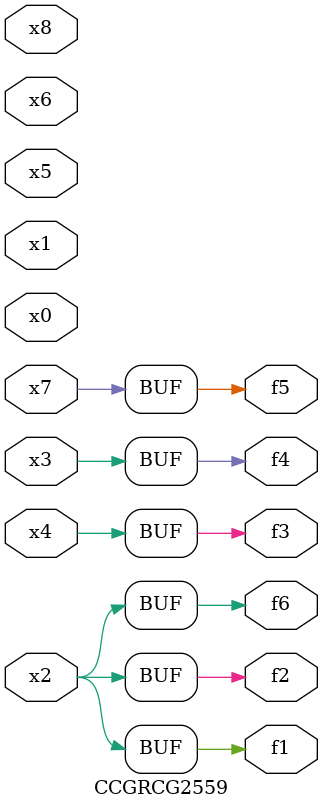
<source format=v>
module CCGRCG2559(
	input x0, x1, x2, x3, x4, x5, x6, x7, x8,
	output f1, f2, f3, f4, f5, f6
);
	assign f1 = x2;
	assign f2 = x2;
	assign f3 = x4;
	assign f4 = x3;
	assign f5 = x7;
	assign f6 = x2;
endmodule

</source>
